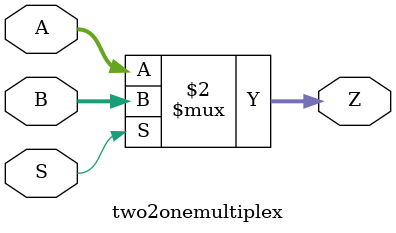
<source format=v>
module two2onemultiplex
(
input [7:0] A, B, //declare data inputs
input S, //declare select input
output [7:0] Z //declare output
);
assign Z = S==0 ? A : B; //select input
endmodule

</source>
